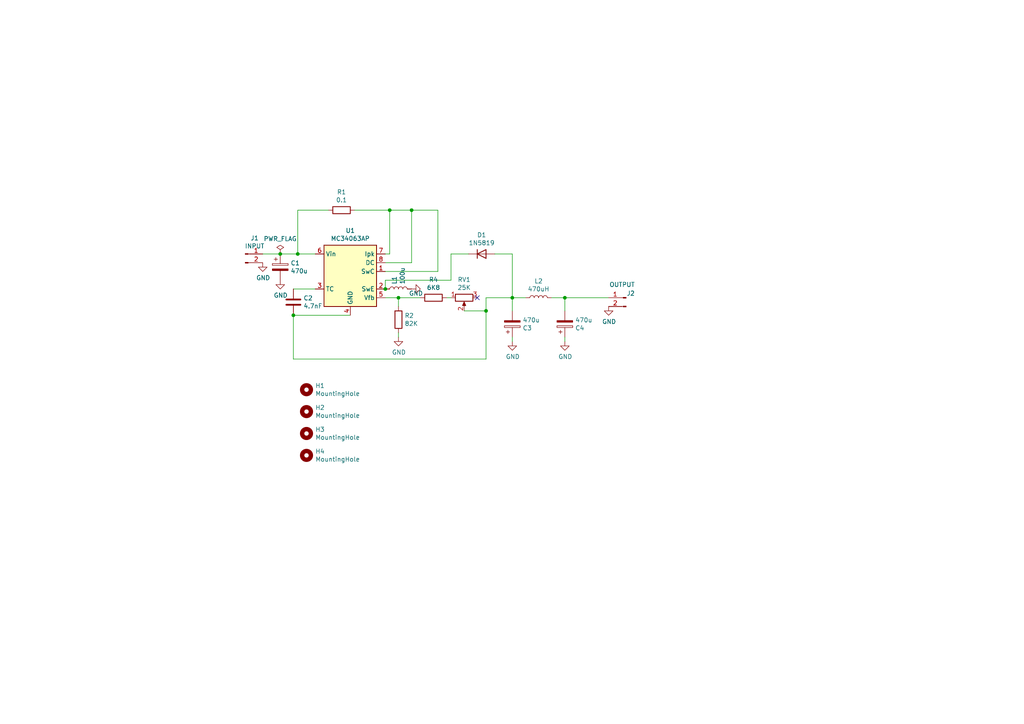
<source format=kicad_sch>
(kicad_sch (version 20231120) (generator "eeschema") (generator_version "8.0")
  (paper "A4")
  (lib_symbols
    (symbol "Device:C" (pin_numbers hide) (pin_names (offset 0.254))
      (property "Reference" "C" (at 0.635 2.54 0))
      (property "Value" "C" (at 0.635 -2.54 0))
      (symbol "C_0_1"
        (polyline (pts (xy -2.032 -0.762) (xy 2.032 -0.762)) (stroke (width 0.508)))
        (polyline (pts (xy -2.032 0.762) (xy 2.032 0.762)) (stroke (width 0.508)))
      )
      (symbol "C_1_1"
        (pin passive line (at 0 3.81 270) (length 2.794) (name "~") (number "1"))
        (pin passive line (at 0 -3.81 90) (length 2.794) (name "~") (number "2"))
      )
    )
    (symbol "Device:D" (pin_numbers hide) (pin_names (offset 1.016) hide)
      (property "Reference" "D" (at 0 2.54 0))
      (property "Value" "D" (at 0 -2.54 0))
      (symbol "D_0_1"
        (polyline (pts (xy -1.27 1.27) (xy -1.27 -1.27)) (stroke (width 0.254)))
        (polyline (pts (xy 1.27 0) (xy -1.27 0)))
        (polyline (pts (xy 1.27 1.27) (xy 1.27 -1.27) (xy -1.27 0) (xy 1.27 1.27)) (stroke (width 0.254)))
      )
      (symbol "D_1_1"
        (pin passive line (at -3.81 0 0) (length 2.54) (name "K") (number "1"))
        (pin passive line (at 3.81 0 180) (length 2.54) (name "A") (number "2"))
      )
    )
    (symbol "Device:L" (pin_numbers hide) (pin_names (offset 1.016) hide)
      (property "Reference" "L" (at -1.27 0 90))
      (property "Value" "L" (at 1.905 0 90))
      (symbol "L_0_1"
        (arc (start 0 -2.54) (mid 0.6323 -1.905) (end 0 -1.27))
        (arc (start 0 -1.27) (mid 0.6323 -0.635) (end 0 0))
        (arc (start 0 0) (mid 0.6323 0.635) (end 0 1.27))
        (arc (start 0 1.27) (mid 0.6323 1.905) (end 0 2.54))
      )
      (symbol "L_1_1"
        (pin passive line (at 0 3.81 270) (length 1.27) (name "1") (number "1"))
        (pin passive line (at 0 -3.81 90) (length 1.27) (name "2") (number "2"))
      )
    )
    (symbol "Device:R" (pin_numbers hide) (pin_names (offset 0))
      (property "Reference" "R" (at 2.032 0 90))
      (property "Value" "R" (at 0 0 90))
      (symbol "R_0_1"
        (rectangle (start -1.016 -2.54) (end 1.016 2.54) (stroke (width 0.254)))
      )
      (symbol "R_1_1"
        (pin passive line (at 0 3.81 270) (length 1.27) (name "~") (number "1"))
        (pin passive line (at 0 -3.81 90) (length 1.27) (name "~") (number "2"))
      )
    )
    (symbol "MC34063_invert-rescue:CP-Device" (pin_numbers hide) (pin_names (offset 0.254))
      (property "Reference" "C" (at 0.635 2.54 0))
      (property "Value" "Device_CP" (at 0.635 -2.54 0))
      (symbol "CP-Device_0_1"
        (rectangle (start -2.286 0.508) (end 2.286 1.016))
        (polyline (pts (xy -1.778 2.286) (xy -0.762 2.286)))
        (polyline (pts (xy -1.27 2.794) (xy -1.27 1.778)))
        (rectangle (start 2.286 -0.508) (end -2.286 -1.016) (fill (type outline)))
      )
      (symbol "CP-Device_1_1"
        (pin passive line (at 0 3.81 270) (length 2.794) (name "~") (number "1"))
        (pin passive line (at 0 -3.81 90) (length 2.794) (name "~") (number "2"))
      )
    )
    (symbol "MC34063_invert-rescue:Conn_01x02_Male-Connector" (pin_names (offset 1.016) hide)
      (property "Reference" "J" (at 0 2.54 0))
      (property "Value" "Connector_Conn_01x02_Male" (at 0 -5.08 0))
      (symbol "Conn_01x02_Male-Connector_1_1"
        (polyline (pts (xy 1.27 -2.54) (xy 0.8636 -2.54)) (stroke (width 0.1524)))
        (polyline (pts (xy 1.27 0) (xy 0.8636 0)) (stroke (width 0.1524)))
        (rectangle (start 0.8636 -2.413) (end 0 -2.667) (stroke (width 0.1524)) (fill (type outline)))
        (rectangle (start 0.8636 0.127) (end 0 -0.127) (stroke (width 0.1524)) (fill (type outline)))
        (pin passive line (at 5.08 0 180) (length 3.81) (name "Pin_1") (number "1"))
        (pin passive line (at 5.08 -2.54 180) (length 3.81) (name "Pin_2") (number "2"))
      )
    )
    (symbol "MC34063_invert-rescue:GND-power" (power) (pin_names (offset 0))
      (property "Value" "power_GND" (at 0 -3.81 0))
      (symbol "GND-power_0_1"
        (polyline (pts (xy 0 0) (xy 0 -1.27) (xy 1.27 -1.27) (xy 0 -2.54) (xy -1.27 -1.27) (xy 0 -1.27)))
      )
      (symbol "GND-power_1_1"
        (pin power_in line (at 0 0 270) (length 0) hide (name "GND") (number "1"))
      )
    )
    (symbol "MC34063_invert-rescue:PWR_FLAG-power" (power) (pin_numbers hide) (pin_names (offset 0) hide)
      (property "Value" "power_PWR_FLAG" (at 0 3.81 0))
      (symbol "PWR_FLAG-power_0_0"
        (pin power_out line (at 0 0 90) (length 0) (name "pwr") (number "1"))
      )
      (symbol "PWR_FLAG-power_0_1"
        (polyline (pts (xy 0 0) (xy 0 1.27) (xy -1.016 1.905) (xy 0 2.54) (xy 1.016 1.905) (xy 0 1.27)))
      )
    )
    (symbol "MC34063_invert-rescue:R_POT-Device" (pin_names (offset 1.016) hide)
      (property "Reference" "RV" (at -4.445 0 90))
      (property "Value" "Device_R_POT" (at -2.54 0 90))
      (symbol "R_POT-Device_0_1"
        (polyline (pts (xy 2.54 0) (xy 1.524 0)))
        (polyline (pts (xy 1.143 0) (xy 2.286 0.508) (xy 2.286 -0.508) (xy 1.143 0)) (fill (type outline)))
        (rectangle (start 1.016 2.54) (end -1.016 -2.54) (stroke (width 0.254)))
      )
      (symbol "R_POT-Device_1_1"
        (pin passive line (at 0 3.81 270) (length 1.27) (name "1") (number "1"))
        (pin passive line (at 3.81 0 180) (length 1.27) (name "2") (number "2"))
        (pin passive line (at 0 -3.81 90) (length 1.27) (name "3") (number "3"))
      )
    )
    (symbol "Mechanical:MountingHole" (pin_names (offset 1.016)) (exclude_from_sim yes) (in_bom no)
      (property "Reference" "H" (at 0 5.08 0))
      (property "Value" "MountingHole" (at 0 3.175 0))
      (symbol "MountingHole_0_1"
        (circle (center 0 0) (radius 1.27) (stroke (width 1.27)))
      )
    )
    (symbol "Regulator_Switching:MC34063AP"
      (property "Reference" "U" (at -7.62 8.89 0))
      (property "Value" "MC34063AP" (at 0 8.89 0))
      (symbol "MC34063AP_0_1"
        (rectangle (start -7.62 7.62) (end 7.62 -10.16) (stroke (width 0.254)) (fill (type background)))
      )
      (symbol "MC34063AP_1_1"
        (pin open_collector line (at 10.16 0 180) (length 2.54) (name "SwC") (number "1"))
        (pin open_emitter line (at 10.16 -5.08 180) (length 2.54) (name "SwE") (number "2"))
        (pin passive line (at -10.16 -5.08 0) (length 2.54) (name "TC") (number "3"))
        (pin power_in line (at 0 -12.7 90) (length 2.54) (name "GND") (number "4"))
        (pin input line (at 10.16 -7.62 180) (length 2.54) (name "Vfb") (number "5"))
        (pin power_in line (at -10.16 5.08 0) (length 2.54) (name "Vin") (number "6"))
        (pin input line (at 10.16 5.08 180) (length 2.54) (name "Ipk") (number "7"))
        (pin open_collector line (at 10.16 2.54 180) (length 2.54) (name "DC") (number "8"))
      )
    )
  )
  (junction (at 163.83 86.36))
  (junction (at 119.38 60.96))
  (junction (at 115.57 86.36))
  (junction (at 85.09 91.44))
  (junction (at 111.76 83.82))
  (junction (at 113.03 60.96))
  (junction (at 81.28 73.66))
  (junction (at 86.36 73.66))
  (junction (at 140.97 90.17))
  (junction (at 148.59 86.36))
  (no_connect (at 138.43 86.36))
  (wire (pts (xy 129.54 86.36) (xy 130.81 86.36)))
  (wire (pts (xy 143.51 73.66) (xy 148.59 73.66)))
  (wire (pts (xy 160.02 86.36) (xy 163.83 86.36)))
  (wire (pts (xy 148.59 99.06) (xy 148.59 97.79)))
  (wire (pts (xy 111.76 86.36) (xy 115.57 86.36)))
  (wire (pts (xy 111.76 81.28) (xy 111.76 83.82)))
  (wire (pts (xy 163.83 90.17) (xy 163.83 86.36)))
  (wire (pts (xy 140.97 104.14) (xy 140.97 90.17)))
  (wire (pts (xy 86.36 73.66) (xy 91.44 73.66)))
  (wire (pts (xy 130.81 73.66) (xy 130.81 81.28)))
  (wire (pts (xy 148.59 90.17) (xy 148.59 86.36)))
  (wire (pts (xy 111.76 78.74) (xy 127 78.74)))
  (wire (pts (xy 119.38 60.96) (xy 113.03 60.96)))
  (wire (pts (xy 115.57 97.79) (xy 115.57 96.52)))
  (wire (pts (xy 140.97 90.17) (xy 140.97 86.36)))
  (wire (pts (xy 134.62 90.17) (xy 140.97 90.17)))
  (wire (pts (xy 140.97 86.36) (xy 148.59 86.36)))
  (wire (pts (xy 135.89 73.66) (xy 130.81 73.66)))
  (wire (pts (xy 85.09 91.44) (xy 101.6 91.44)))
  (wire (pts (xy 86.36 73.66) (xy 86.36 60.96)))
  (wire (pts (xy 163.83 86.36) (xy 176.53 86.36)))
  (wire (pts (xy 76.2 73.66) (xy 81.28 73.66)))
  (wire (pts (xy 119.38 60.96) (xy 119.38 76.2)))
  (wire (pts (xy 115.57 86.36) (xy 121.92 86.36)))
  (wire (pts (xy 113.03 60.96) (xy 113.03 73.66)))
  (wire (pts (xy 115.57 88.9) (xy 115.57 86.36)))
  (wire (pts (xy 85.09 83.82) (xy 91.44 83.82)))
  (wire (pts (xy 86.36 60.96) (xy 95.25 60.96)))
  (wire (pts (xy 81.28 73.66) (xy 86.36 73.66)))
  (wire (pts (xy 85.09 104.14) (xy 140.97 104.14)))
  (wire (pts (xy 148.59 86.36) (xy 152.4 86.36)))
  (wire (pts (xy 127 60.96) (xy 119.38 60.96)))
  (wire (pts (xy 113.03 73.66) (xy 111.76 73.66)))
  (wire (pts (xy 102.87 60.96) (xy 113.03 60.96)))
  (wire (pts (xy 85.09 104.14) (xy 85.09 91.44)))
  (wire (pts (xy 163.83 99.06) (xy 163.83 97.79)))
  (wire (pts (xy 111.76 76.2) (xy 119.38 76.2)))
  (wire (pts (xy 130.81 81.28) (xy 111.76 81.28)))
  (wire (pts (xy 127 60.96) (xy 127 78.74)))
  (wire (pts (xy 148.59 73.66) (xy 148.59 86.36)))
  (symbol (lib_id "Regulator_Switching:MC34063AP") (at 101.6 78.74 0) (unit 1)
    (property "Reference" "U1" (at 101.6 66.8782 0))
    (property "Value" "MC34063AP" (at 101.6 69.1896 0))
    (property "Footprint" "Package_DIP:DIP-8_W7.62mm" (effects (hide yes)))
    (property "Datasheet" "http://www.onsemi.com/pub_link/Collateral/MC34063A-D.PDF" (effects (hide yes)))
  )
  (symbol (lib_id "MC34063_invert-rescue:Conn_01x02_Male-Connector") (at 71.12 73.66 0) (unit 1)
    (property "Reference" "J1" (at 73.8632 69.0626 0))
    (property "Value" "INPUT" (at 73.8632 71.374 0))
    (property "Footprint" "TerminalBlock_MetzConnect:TerminalBlock_MetzConnect_Type094_RT03502HBLU_1x02_P5.00mm_Horizontal" (effects (hide yes)))
  )
  (symbol (lib_id "MC34063_invert-rescue:Conn_01x02_Male-Connector") (at 181.61 86.36 0) (mirror y) (unit 1)
    (property "Reference" "J2" (at 184.15 85.09 0) (effects (justify left)))
    (property "Value" "OUTPUT" (at 184.15 82.55 0) (effects (justify left)))
    (property "Footprint" "TerminalBlock_MetzConnect:TerminalBlock_MetzConnect_Type094_RT03502HBLU_1x02_P5.00mm_Horizontal" (effects (hide yes)))
  )
  (symbol (lib_id "MC34063_invert-rescue:GND-power") (at 76.2 76.2 0) (unit 1)
    (property "Reference" "#PWR01" (effects (hide yes)))
    (property "Value" "GND" (at 76.327 80.5942 0))
  )
  (symbol (lib_id "MC34063_invert-rescue:CP-Device") (at 81.28 77.47 0) (unit 1)
    (property "Reference" "C1" (at 84.2772 76.3016 0) (effects (justify left)))
    (property "Value" "470u" (at 84.2772 78.613 0) (effects (justify left)))
    (property "Footprint" "Capacitor_THT:CP_Radial_D8.0mm_P3.50mm" (effects (hide yes)))
  )
  (symbol (lib_id "MC34063_invert-rescue:GND-power") (at 81.28 81.28 0) (unit 1)
    (property "Reference" "#PWR02" (effects (hide yes)))
    (property "Value" "GND" (at 81.407 85.6742 0))
  )
  (symbol (lib_id "Device:C") (at 85.09 87.63 0) (unit 1)
    (property "Reference" "C2" (at 88.011 86.4616 0) (effects (justify left)))
    (property "Value" "4.7nF" (at 88.011 88.773 0) (effects (justify left)))
    (property "Footprint" "Capacitor_THT:C_Disc_D7.0mm_W2.5mm_P5.00mm" (effects (hide yes)))
  )
  (symbol (lib_id "MC34063_invert-rescue:GND-power") (at 119.38 83.82 90) (unit 1)
    (property "Reference" "#PWR0101" (effects (hide yes)))
    (property "Value" "GND" (at 120.65 85.09 90))
  )
  (symbol (lib_id "Device:R") (at 99.06 60.96 270) (unit 1)
    (property "Reference" "R1" (at 99.06 55.7022 90))
    (property "Value" "0.1" (at 99.06 58.0136 90))
    (property "Footprint" "Resistor_THT:R_Axial_DIN0207_L6.3mm_D2.5mm_P10.16mm_Horizontal" (effects (hide yes)))
  )
  (symbol (lib_id "Device:L") (at 115.57 83.82 90) (unit 1)
    (property "Reference" "L1" (at 114.4016 82.4992 0) (effects (justify left)))
    (property "Value" "100u" (at 116.713 82.4992 0) (effects (justify left)))
    (property "Footprint" "Inductor_THT:L_Toroid_Vertical_L13.0mm_W6.5mm_P5.60mm" (effects (hide yes)))
  )
  (symbol (lib_id "Device:D") (at 139.7 73.66 0) (mirror x) (unit 1)
    (property "Reference" "D1" (at 139.7 68.1482 0))
    (property "Value" "1N5819" (at 139.7 70.4596 0))
    (property "Footprint" "Diode_THT:D_A-405_P7.62mm_Horizontal" (effects (hide yes)))
  )
  (symbol (lib_id "Device:R") (at 115.57 92.71 180) (unit 1)
    (property "Reference" "R2" (at 117.348 91.5416 0) (effects (justify right)))
    (property "Value" "82K" (at 117.348 93.853 0) (effects (justify right)))
    (property "Footprint" "Resistor_THT:R_Axial_DIN0207_L6.3mm_D2.5mm_P7.62mm_Horizontal" (effects (hide yes)))
  )
  (symbol (lib_id "Device:R") (at 125.73 86.36 90) (unit 1)
    (property "Reference" "R4" (at 125.73 81.1022 90))
    (property "Value" "6K8" (at 125.73 83.4136 90))
    (property "Footprint" "Resistor_THT:R_Axial_DIN0207_L6.3mm_D2.5mm_P7.62mm_Horizontal" (effects (hide yes)))
  )
  (symbol (lib_id "MC34063_invert-rescue:GND-power") (at 115.57 97.79 0) (unit 1)
    (property "Reference" "#PWR06" (effects (hide yes)))
    (property "Value" "GND" (at 115.697 102.1842 0))
  )
  (symbol (lib_id "MC34063_invert-rescue:R_POT-Device") (at 134.62 86.36 90) (mirror x) (unit 1)
    (property "Reference" "RV1" (at 134.62 81.1022 90))
    (property "Value" "25K" (at 134.62 83.4136 90))
    (property "Footprint" "Potentiometer_THT:Potentiometer_Bourns_3296W_Vertical" (effects (hide yes)))
  )
  (symbol (lib_id "MC34063_invert-rescue:GND-power") (at 148.59 99.06 0) (unit 1)
    (property "Reference" "#PWR07" (effects (hide yes)))
    (property "Value" "GND" (at 148.717 103.4542 0))
  )
  (symbol (lib_id "MC34063_invert-rescue:CP-Device") (at 148.59 93.98 0) (mirror x) (unit 1)
    (property "Reference" "C3" (at 151.5872 95.1484 0) (effects (justify left)))
    (property "Value" "470u" (at 151.5872 92.837 0) (effects (justify left)))
    (property "Footprint" "Capacitor_THT:CP_Radial_D10.0mm_P5.00mm" (effects (hide yes)))
  )
  (symbol (lib_id "MC34063_invert-rescue:GND-power") (at 176.53 88.9 0) (unit 1)
    (property "Reference" "#PWR011" (effects (hide yes)))
    (property "Value" "GND" (at 176.657 93.2942 0))
  )
  (symbol (lib_id "Device:L") (at 156.21 86.36 90) (unit 1)
    (property "Reference" "L2" (at 156.21 81.534 90))
    (property "Value" "470uH" (at 156.21 83.8454 90))
    (property "Footprint" "Inductor_THT:L_Toroid_Vertical_L13.0mm_W6.5mm_P5.60mm" (effects (hide yes)))
  )
  (symbol (lib_id "MC34063_invert-rescue:CP-Device") (at 163.83 93.98 0) (mirror x) (unit 1)
    (property "Reference" "C4" (at 166.8272 95.1484 0) (effects (justify left)))
    (property "Value" "470u" (at 166.8272 92.837 0) (effects (justify left)))
    (property "Footprint" "Capacitor_THT:CP_Radial_D10.0mm_P5.00mm" (effects (hide yes)))
  )
  (symbol (lib_id "MC34063_invert-rescue:GND-power") (at 163.83 99.06 0) (unit 1)
    (property "Reference" "#PWR08" (effects (hide yes)))
    (property "Value" "GND" (at 163.957 103.4542 0))
  )
  (symbol (lib_id "MC34063_invert-rescue:PWR_FLAG-power") (at 81.28 73.66 0) (unit 1)
    (property "Reference" "#FLG0101" (effects (hide yes)))
    (property "Value" "PWR_FLAG" (at 81.28 69.2658 0))
  )
  (symbol (lib_id "Mechanical:MountingHole") (at 88.9 113.03 0) (unit 1)
    (property "Reference" "H1" (at 91.44 111.8616 0) (effects (justify left)))
    (property "Value" "MountingHole" (at 91.44 114.173 0) (effects (justify left)))
    (property "Footprint" "MountingHole:MountingHole_2.2mm_M2" (effects (hide yes)))
  )
  (symbol (lib_id "Mechanical:MountingHole") (at 88.9 119.38 0) (unit 1)
    (property "Reference" "H2" (at 91.44 118.2116 0) (effects (justify left)))
    (property "Value" "MountingHole" (at 91.44 120.523 0) (effects (justify left)))
    (property "Footprint" "MountingHole:MountingHole_2.2mm_M2" (effects (hide yes)))
  )
  (symbol (lib_id "Mechanical:MountingHole") (at 88.9 125.73 0) (unit 1)
    (property "Reference" "H3" (at 91.44 124.5616 0) (effects (justify left)))
    (property "Value" "MountingHole" (at 91.44 126.873 0) (effects (justify left)))
    (property "Footprint" "MountingHole:MountingHole_2.2mm_M2" (effects (hide yes)))
  )
  (symbol (lib_id "Mechanical:MountingHole") (at 88.9 132.08 0) (unit 1)
    (property "Reference" "H4" (at 91.44 130.9116 0) (effects (justify left)))
    (property "Value" "MountingHole" (at 91.44 133.223 0) (effects (justify left)))
    (property "Footprint" "MountingHole:MountingHole_2.2mm_M2" (effects (hide yes)))
  )
)
</source>
